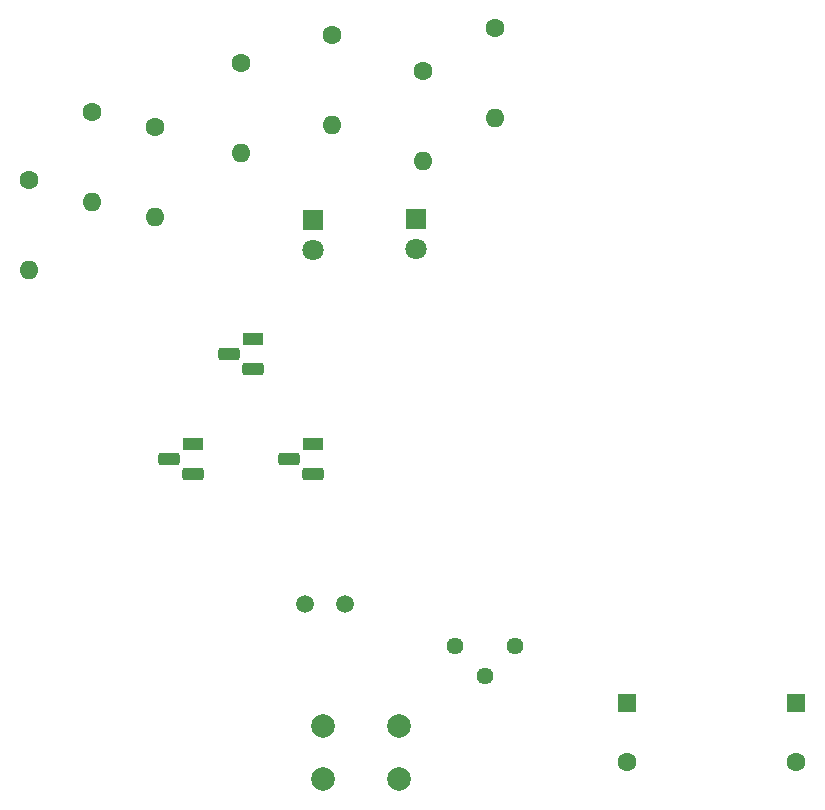
<source format=gbr>
%TF.GenerationSoftware,KiCad,Pcbnew,9.0.1*%
%TF.CreationDate,2025-06-11T16:25:32+05:30*%
%TF.ProjectId,zenitsu,7a656e69-7473-4752-9e6b-696361645f70,rev?*%
%TF.SameCoordinates,Original*%
%TF.FileFunction,Soldermask,Top*%
%TF.FilePolarity,Negative*%
%FSLAX46Y46*%
G04 Gerber Fmt 4.6, Leading zero omitted, Abs format (unit mm)*
G04 Created by KiCad (PCBNEW 9.0.1) date 2025-06-11 16:25:32*
%MOMM*%
%LPD*%
G01*
G04 APERTURE LIST*
G04 Aperture macros list*
%AMRoundRect*
0 Rectangle with rounded corners*
0 $1 Rounding radius*
0 $2 $3 $4 $5 $6 $7 $8 $9 X,Y pos of 4 corners*
0 Add a 4 corners polygon primitive as box body*
4,1,4,$2,$3,$4,$5,$6,$7,$8,$9,$2,$3,0*
0 Add four circle primitives for the rounded corners*
1,1,$1+$1,$2,$3*
1,1,$1+$1,$4,$5*
1,1,$1+$1,$6,$7*
1,1,$1+$1,$8,$9*
0 Add four rect primitives between the rounded corners*
20,1,$1+$1,$2,$3,$4,$5,0*
20,1,$1+$1,$4,$5,$6,$7,0*
20,1,$1+$1,$6,$7,$8,$9,0*
20,1,$1+$1,$8,$9,$2,$3,0*%
G04 Aperture macros list end*
%ADD10C,2.000000*%
%ADD11O,1.600000X1.600000*%
%ADD12C,1.600000*%
%ADD13C,1.500000*%
%ADD14C,1.800000*%
%ADD15R,1.800000X1.800000*%
%ADD16RoundRect,0.275000X-0.625000X0.275000X-0.625000X-0.275000X0.625000X-0.275000X0.625000X0.275000X0*%
%ADD17R,1.800000X1.100000*%
%ADD18R,1.600000X1.600000*%
%ADD19C,1.440000*%
G04 APERTURE END LIST*
D10*
%TO.C,SW1*%
X148915996Y-135041000D03*
X142415996Y-135041000D03*
X148915996Y-130541000D03*
X142415996Y-130541000D03*
%TD*%
D11*
%TO.C,R7*%
X117558996Y-91935000D03*
D12*
X117558996Y-84315000D03*
%TD*%
D13*
%TO.C,R3*%
X144307996Y-120212000D03*
X140907996Y-120212000D03*
%TD*%
D11*
%TO.C,R6*%
X150908996Y-82703000D03*
D12*
X150908996Y-75083000D03*
%TD*%
D11*
%TO.C,R4*%
X128175996Y-87432000D03*
D12*
X128175996Y-79812000D03*
%TD*%
D14*
%TO.C,D1*%
X150343996Y-90217000D03*
D15*
X150343996Y-87677000D03*
%TD*%
D11*
%TO.C,R2*%
X135483996Y-82049000D03*
D12*
X135483996Y-74429000D03*
%TD*%
D15*
%TO.C,D2*%
X141616998Y-87680000D03*
D14*
X141616998Y-90220000D03*
%TD*%
D16*
%TO.C,Q1*%
X131475372Y-109220000D03*
X129405372Y-107950000D03*
D17*
X131475372Y-106680000D03*
%TD*%
D16*
%TO.C,Q3*%
X141635372Y-109220000D03*
X139565372Y-107950000D03*
D17*
X141635372Y-106680000D03*
%TD*%
D16*
%TO.C,Q2*%
X136555372Y-100330000D03*
X134485372Y-99060000D03*
D17*
X136555372Y-97790000D03*
%TD*%
D12*
%TO.C,C1*%
X168222872Y-133587500D03*
D18*
X168222872Y-128587500D03*
%TD*%
D19*
%TO.C,RV1*%
X153617872Y-123825000D03*
X156157872Y-126365000D03*
X158697872Y-123825000D03*
%TD*%
D11*
%TO.C,R1*%
X143220996Y-79671000D03*
D12*
X143220996Y-72051000D03*
%TD*%
%TO.C,C2*%
X182510372Y-133587500D03*
D18*
X182510372Y-128587500D03*
%TD*%
D11*
%TO.C,R5*%
X122866996Y-86163000D03*
D12*
X122866996Y-78543000D03*
%TD*%
D11*
%TO.C,R8*%
X157024996Y-79125000D03*
D12*
X157024996Y-71505000D03*
%TD*%
M02*

</source>
